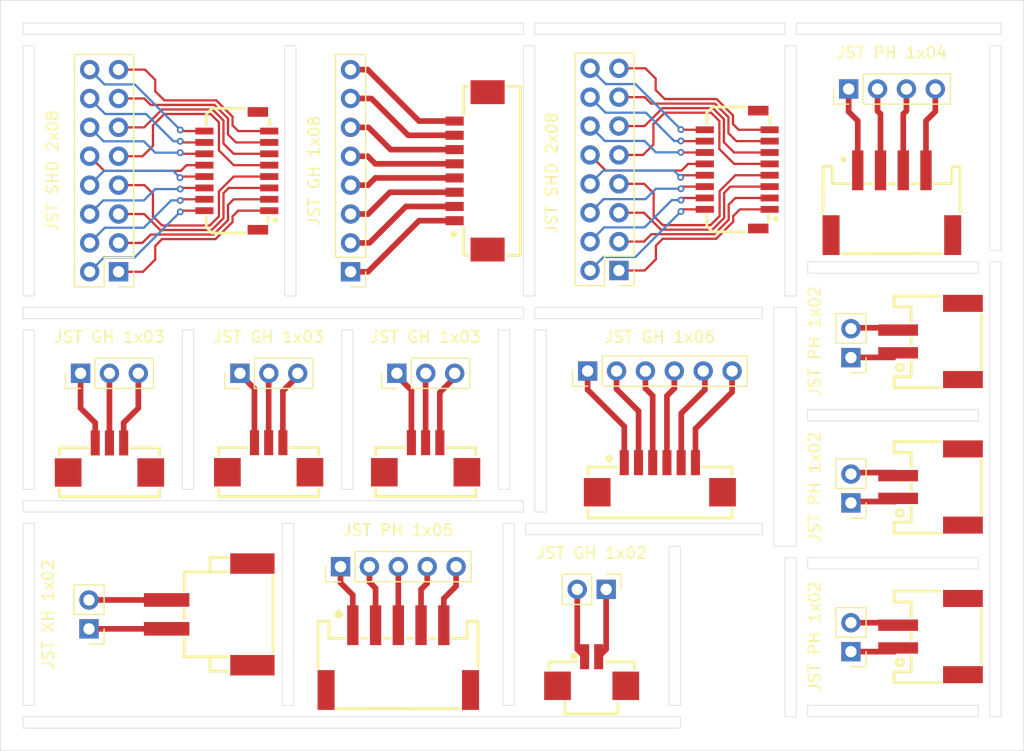
<source format=kicad_pcb>
(kicad_pcb (version 20240108) (generator "pcbnew") (generator_version "8.0")
  (layers (0 "F.Cu" signal) (31 "B.Cu" signal) (34 "B.Paste" user) (35 "F.Paste" user) (36 "B.SilkS" user "B.Silkscreen") (37 "F.SilkS" user "F.Silkscreen") (38 "B.Mask" user) (39 "F.Mask" user) (44 "Edge.Cuts" user))
  (net 0 "")
  (net 1 "Net-(J3-Pin_2)")
  (net 2 "Net-(J3-Pin_1)")
  (net 3 "Net-(J5-Pin_2)")
  (net 4 "Net-(J5-Pin_7)")
  (net 5 "Net-(J5-Pin_8)")
  (net 6 "Net-(J5-Pin_5)")
  (net 7 "Net-(J5-Pin_6)")
  (net 8 "Net-(J5-Pin_3)")
  (net 9 "Net-(J5-Pin_1)")
  (net 10 "Net-(J5-Pin_4)")
  (net 11 "Net-(J7-Pin_1)")
  (net 12 "Net-(J7-Pin_3)")
  (net 13 "Net-(J7-Pin_5)")
  (net 14 "Net-(J7-Pin_4)")
  (net 15 "Net-(J7-Pin_2)")
  (net 16 "Net-(J11-Pin_1)")
  (net 17 "Net-(J11-Pin_2)")
  (net 19 "Net-(J13-Pin_8)")
  (net 20 "Net-(J13-Pin_15)")
  (net 21 "Net-(J13-Pin_5)")
  (net 22 "Net-(J13-Pin_6)")
  (net 23 "Net-(J13-Pin_14)")
  (net 24 "Net-(J13-Pin_13)")
  (net 25 "Net-(J13-Pin_10)")
  (net 26 "Net-(J13-Pin_2)")
  (net 27 "Net-(J13-Pin_12)")
  (net 28 "Net-(J13-Pin_16)")
  (net 29 "Net-(J13-Pin_4)")
  (net 31 "Net-(J13-Pin_7)")
  (net 32 "Net-(J13-Pin_3)")
  (net 33 "Net-(J13-Pin_9)")
  (net 34 "Net-(J13-Pin_1)")
  (net 35 "Net-(J13-Pin_11)")
  (net 36 "Net-(J9-Pin_3)")
  (net 37 "Net-(J9-Pin_2)")
  (net 40 "Net-(J9-Pin_1)")
  (net 44 "Net-(J2-Pin_4)")
  (net 45 "Net-(J2-Pin_5)")
  (net 46 "Net-(J2-Pin_6)")
  (net 47 "Net-(J2-Pin_3)")
  (net 48 "Net-(J2-Pin_1)")
  (net 49 "Net-(J2-Pin_2)")
  (net 51 "Net-(J1-Pin_2)")
  (net 52 "Net-(J1-Pin_1)")
  (net 56 "Net-(J4-Pin_4)")
  (net 57 "Net-(J4-Pin_1)")
  (net 58 "Net-(J4-Pin_2)")
  (net 59 "Net-(J4-Pin_3)")
  (net 61 "Net-(J6-Pin_1)")
  (net 62 "Net-(J6-Pin_3)")
  (net 63 "Net-(J6-Pin_2)")
  (net 65 "Net-(J8-Pin_3)")
  (net 66 "Net-(J8-Pin_1)")
  (net 67 "Net-(J8-Pin_2)")
  (net 68 "Net-(J14-Pin_1)")
  (net 70 "Net-(J14-Pin_3)")
  (net 71 "Net-(J14-Pin_6)")
  (net 72 "Net-(J14-Pin_2)")
  (net 73 "Net-(J14-Pin_15)")
  (net 74 "Net-(J14-Pin_12)")
  (net 75 "Net-(J14-Pin_5)")
  (net 76 "Net-(J14-Pin_10)")
  (net 78 "Net-(J14-Pin_8)")
  (net 79 "Net-(J14-Pin_9)")
  (net 80 "Net-(J14-Pin_16)")
  (net 81 "Net-(J14-Pin_14)")
  (net 82 "Net-(J14-Pin_13)")
  (net 83 "Net-(J14-Pin_7)")
  (net 84 "Net-(J14-Pin_4)")
  (net 85 "Net-(J14-Pin_11)")
  (net 86 "Net-(J10-Pin_2)")
  (net 87 "Net-(J10-Pin_1)")
  (net 88 "Net-(J12-Pin_2)")
  (net 89 "Net-(J12-Pin_1)")
  (footprint "easyeda2kicad:CONN-SMD_4P-P2.00_XUNPU_WAFER-PH2.0-4PWB" (layer "F.Cu") (at 108.6 45)
    (property "Reference" "U4" (hide yes))
    (property "Value" "JST PH 1x04")
  )
  (footprint "easyeda2kicad:CONN-SMD_6P-P1.25_HC-1.25-6PWT" (layer "F.Cu") (at 88.2 69.1575)
    (property "Reference" "CN10" (hide yes))
    (property "Value" "JST GH 1x06")
  )
  (footprint "Connector_PinHeader_2.54mm:PinHeader_1x02_P2.54mm_Vertical" (layer "F.Cu") (at 83.475 79 -90)
    (property "Reference" "J1" (hide yes))
    (property "Value" "Conn_01x02_Pin" (hide yes))
  )
  (footprint "easyeda2kicad:CONN-SMD_8P-P1.25_YTC-A1251-08ABW" (layer "F.Cu") (at 71.6 42.2 90)
    (property "Reference" "CN3" (hide yes))
    (property "Value" "JST GH 1x08")
  )
  (footprint "Connector_PinHeader_2.54mm:PinHeader_1x08_P2.54mm_Vertical" (layer "F.Cu") (at 61 51.075 180)
    (property "Reference" "J5" (hide yes))
    (property "Value" "Conn_01x08_Pin" (hide yes))
  )
  (footprint "Connector_PinHeader_2.54mm:PinHeader_2x08_P2.54mm_Vertical" (layer "F.Cu") (at 40.6 51.075 180)
    (property "Reference" "J13" (hide yes))
    (property "Value" "Conn_02x08_Odd_Even" (hide yes))
  )
  (footprint "easyeda2kicad:CONN-SMD_HC-1.25-3PWT" (layer "F.Cu") (at 39.8 67.4225)
    (property "Reference" "CN6" (hide yes))
    (property "Value" "JST GH 1x03")
  )
  (footprint "easyeda2kicad:CONN-SMD_HC-1.25-3PWT" (layer "F.Cu") (at 53.8 67.4)
    (property "Reference" "CN9" (hide yes))
    (property "Value" "JST GH 1x03")
  )
  (footprint "easyeda2kicad:CONN-SMD_2P-P2.00_XUNPU_WAFER-PH2.0-2PWB" (layer "F.Cu") (at 112 57.2 90)
    (property "Reference" "H1" (hide yes))
    (property "Value" "JST PH 1x02")
  )
  (footprint "easyeda2kicad:CONN-SMD_X1011WRS-2X08-9TV01" (layer "F.Cu") (at 95 42.085 90)
    (property "Reference" "CN8" (hide yes))
    (property "Value" "JST SHD 2x08")
  )
  (footprint "Connector_PinHeader_2.54mm:PinHeader_1x02_P2.54mm_Vertical" (layer "F.Cu") (at 105 58.62 180)
    (property "Reference" "J11" (hide yes))
    (property "Value" "Conn_01x02_Pin" (hide yes))
  )
  (footprint "easyeda2kicad:CONN-SMD_X1011WRS-2X08-9TV01" (layer "F.Cu") (at 51 42.2 90)
    (property "Reference" "CN1" (hide yes))
    (property "Value" "JST SHD 2x08")
  )
  (footprint "Connector_PinHeader_2.54mm:PinHeader_1x06_P2.54mm_Vertical" (layer "F.Cu") (at 81.85 59.8 90)
    (property "Reference" "J2" (hide yes))
    (property "Value" "Conn_01x06_Pin" (hide yes))
  )
  (footprint "easyeda2kicad:CONN-SMD_2P-P2.54-XH2.54-WT" (layer "F.Cu") (at 48.6 81.2 90)
    (property "Reference" "CN7" (hide yes))
    (property "Value" "JST XH 1x02")
  )
  (footprint "easyeda2kicad:CONN-SMD_HC-1.25-3PWT" (layer "F.Cu") (at 67.6 67.4)
    (property "Reference" "CN2" (hide yes))
    (property "Value" "JST GH 1x03")
  )
  (footprint "Connector_PinHeader_2.54mm:PinHeader_2x08_P2.54mm_Vertical" (layer "F.Cu") (at 84.6 50.96 180)
    (property "Reference" "J14" (hide yes))
    (property "Value" "Conn_02x08_Odd_Even" (hide yes))
  )
  (footprint "Connector_PinHeader_2.54mm:PinHeader_1x02_P2.54mm_Vertical" (layer "F.Cu") (at 105 84.475 180)
    (property "Reference" "J12" (hide yes))
    (property "Value" "Conn_01x02_Pin" (hide yes))
  )
  (footprint "Connector_PinHeader_2.54mm:PinHeader_1x03_P2.54mm_Vertical" (layer "F.Cu") (at 65.075 60 90)
    (property "Reference" "J6" (hide yes))
    (property "Value" "Conn_01x03_Pin" (hide yes))
  )
  (footprint "Connector_PinHeader_2.54mm:PinHeader_1x03_P2.54mm_Vertical" (layer "F.Cu") (at 37.26 60 90)
    (property "Reference" "J8" (hide yes))
    (property "Value" "Conn_01x03_Pin" (hide yes))
  )
  (footprint "Connector_PinHeader_2.54mm:PinHeader_1x05_P2.54mm_Vertical" (layer "F.Cu") (at 60.12 77 90)
    (property "Reference" "J7" (hide yes))
    (property "Value" "Conn_01x05_Pin" (hide yes))
  )
  (footprint "easyeda2kicad:CONN-SMD_5P-P2.00_XUNPU_WAFER-PH2.0-5PWB" (layer "F.Cu") (at 65.2 85)
    (property "Reference" "U8" (hide yes))
    (property "Value" "JST PH 1x05")
  )
  (footprint "Connector_PinHeader_2.54mm:PinHeader_1x02_P2.54mm_Vertical" (layer "F.Cu") (at 105 71.4 180)
    (property "Reference" "J10" (hide yes))
    (property "Value" "Conn_01x02_Pin" (hide yes))
  )
  (footprint "Connector_PinHeader_2.54mm:PinHeader_1x03_P2.54mm_Vertical" (layer "F.Cu") (at 51.275 60 90)
    (property "Reference" "J9" (hide yes))
    (property "Value" "Conn_01x03_Pin" (hide yes))
  )
  (footprint "Connector_PinHeader_2.54mm:PinHeader_1x04_P2.54mm_Vertical" (layer "F.Cu") (at 104.8 35 90)
    (property "Reference" "J4" (hide yes))
    (property "Value" "Conn_01x04_Pin" (hide yes))
  )
  (footprint "Connector_PinHeader_2.54mm:PinHeader_1x02_P2.54mm_Vertical" (layer "F.Cu") (at 38 82.475 180)
    (property "Reference" "J3" (hide yes))
    (property "Value" "Conn_01x02_Pin" (hide yes))
  )
  (footprint "easyeda2kicad:CONN-SMD_2P-P2.00_XUNPU_WAFER-PH2.0-2PWB" (layer "F.Cu") (at 112 83.15 90)
    (property "Reference" "H3" (hide yes))
    (property "Value" "JST PH 1x02")
  )
  (footprint "easyeda2kicad:CONN-SMD_2P-P1.25-HC-1.25-2PWT" (layer "F.Cu") (at 82.2 86.2)
    (property "Reference" "CN5" (hide yes))
    (property "Value" "JST GH 1x02")
  )
  (footprint "easyeda2kicad:CONN-SMD_2P-P2.00_XUNPU_WAFER-PH2.0-2PWB" (layer "F.Cu") (at 112 70 90)
    (property "Reference" "H2" (hide yes))
    (property "Value" "JST PH 1x02")
  )
  (gr_rect (start 99.2 76.2) (end 100.2 90.2) (stroke (width 0.05)) (fill none) (layer "Edge.Cuts"))
  (gr_rect (start 32.2 54.2) (end 76.2 55.2) (stroke (width 0.05)) (fill none) (layer "Edge.Cuts"))
  (gr_rect (start 55.2 31.2) (end 56.2 53.2) (stroke (width 0.05)) (fill none) (layer "Edge.Cuts"))
  (gr_rect (start 101.2 50.2) (end 116.2 51.2) (stroke (width 0.05)) (fill none) (layer "Edge.Cuts"))
  (gr_rect (start 32.2 73.2) (end 33.2 89.2) (stroke (width 0.05)) (fill none) (layer "Edge.Cuts"))
  (gr_rect (start 89 75.2) (end 90 89.2) (stroke (width 0.05)) (fill none) (layer "Edge.Cuts"))
  (gr_rect (start 32.2 31.2) (end 33.2 53.2) (stroke (width 0.05)) (fill none) (layer "Edge.Cuts"))
  (gr_rect (start 32.2 90.2) (end 90 91.2) (stroke (width 0.05)) (fill none) (layer "Edge.Cuts"))
  (gr_rect (start 32.2 56.2) (end 33.2 70.2) (stroke (width 0.05)) (fill none) (layer "Edge.Cuts"))
  (gr_poly (pts (xy 97.2 73.2) (xy 97.2 74.2) (xy 76.4 74.2) (xy 76.4 73.2)) (stroke (width 0.05)) (fill none) (layer "Edge.Cuts"))
  (gr_poly (pts (xy 100.2 75.2) (xy 98.2 75.2) (xy 98.2 54.2) (xy 100.2 54.2)) (stroke (width 0.05)) (fill none) (layer "Edge.Cuts"))
  (gr_rect (start 76.2 31.2) (end 77.2 53.2) (stroke (width 0.05)) (fill none) (layer "Edge.Cuts"))
  (gr_rect (start 77.2 54.2) (end 97.2 55.2) (stroke (width 0.05)) (fill none) (layer "Edge.Cuts"))
  (gr_rect (start 60.2 56.2) (end 61.2 70.2) (stroke (width 0.05)) (fill none) (layer "Edge.Cuts"))
  (gr_poly (pts (xy 118.2 50.2) (xy 118.2 90.2) (xy 117.2 90.2) (xy 117.2 50.2)) (stroke (width 0.05)) (fill none) (layer "Edge.Cuts"))
  (gr_rect (start 100.2 29.2) (end 118.2 30.2) (stroke (width 0.05)) (fill none) (layer "Edge.Cuts"))
  (gr_rect (start 101.2 63.2) (end 116.2 64.2) (stroke (width 0.05)) (fill none) (layer "Edge.Cuts"))
  (gr_rect (start 46.2 56.2) (end 47.2 70.2) (stroke (width 0.05)) (fill none) (layer "Edge.Cuts"))
  (gr_rect (start 101.2 76.2) (end 116.2 77.2) (stroke (width 0.05)) (fill none) (layer "Edge.Cuts"))
  (gr_rect (start 55 73.2) (end 56 89.2) (stroke (width 0.05)) (fill none) (layer "Edge.Cuts"))
  (gr_rect (start 74 56.2) (end 75 70.2) (stroke (width 0.05)) (fill none) (layer "Edge.Cuts"))
  (gr_poly (pts (xy 118.2 31.2) (xy 118.2 49.2) (xy 117.2 49.2) (xy 117.2 31.2)) (stroke (width 0.05)) (fill none) (layer "Edge.Cuts"))
  (gr_rect (start 32.2 29.2) (end 76.2 30.2) (stroke (width 0.05)) (fill none) (layer "Edge.Cuts"))
  (gr_rect (start 77.2 56.2) (end 78.2 72.2) (stroke (width 0.05)) (fill none) (layer "Edge.Cuts"))
  (gr_rect (start 77.2 29.2) (end 99.2 30.2) (stroke (width 0.05)) (fill none) (layer "Edge.Cuts"))
  (gr_rect (start 74.4 73.2) (end 75.4 89.2) (stroke (width 0.05)) (fill none) (layer "Edge.Cuts"))
  (gr_rect (start 32.2 71.2) (end 76.2 72.2) (stroke (width 0.05)) (fill none) (layer "Edge.Cuts"))
  (gr_rect (start 30.2 27.2) (end 120.2 93.2) (stroke (width 0.05)) (fill none) (layer "Edge.Cuts"))
  (gr_poly (pts (xy 100.2 31.2) (xy 100.2 53.2) (xy 99.2 53.2) (xy 99.2 31.2)) (stroke (width 0.05)) (fill none) (layer "Edge.Cuts"))
  (gr_rect (start 101.2 89.2) (end 116.2 90.2) (stroke (width 0.05)) (fill none) (layer "Edge.Cuts"))
  (segment (start 38.005 79.93) (end 38 79.935) (width 0.5) (layer "F.Cu") (net 1))
  (segment (start 44.83 79.93) (end 38.005 79.93) (width 0.5) (layer "F.Cu") (net 1))
  (segment (start 38.005 82.47) (end 38 82.475) (width 0.5) (layer "F.Cu") (net 2))
  (segment (start 44.83 82.47) (end 38.005 82.47) (width 0.5) (layer "F.Cu") (net 2))
  (segment (start 62.665 48.535) (end 65.87 45.33) (width 0.5) (layer "F.Cu") (net 3))
  (segment (start 65.87 45.33) (end 70.15 45.33) (width 0.5) (layer "F.Cu") (net 3))
  (segment (start 61 48.535) (end 62.465 48.535) (width 0.5) (layer "F.Cu") (net 3))
  (segment (start 61 35.835) (end 62.635 35.835) (width 0.5) (layer "F.Cu") (net 4))
  (segment (start 66.07 39.07) (end 70.15 39.07) (width 0.5) (layer "F.Cu") (net 4))
  (segment (start 62.835 35.835) (end 66.07 39.07) (width 0.5) (layer "F.Cu") (net 4))
  (segment (start 61 33.295) (end 62.495 33.295) (width 0.5) (layer "F.Cu") (net 5))
  (segment (start 67.02 37.82) (end 70.15 37.82) (width 0.5) (layer "F.Cu") (net 5))
  (segment (start 62.495 33.295) (end 67.02 37.82) (width 0.5) (layer "F.Cu") (net 5))
  (segment (start 61 40.915) (end 62.515 40.915) (width 0.5) (layer "F.Cu") (net 6))
  (segment (start 63.18 41.58) (end 70.15 41.58) (width 0.5) (layer "F.Cu") (net 6))
  (segment (start 62.515 40.915) (end 63.18 41.58) (width 0.5) (layer "F.Cu") (net 6))
  (segment (start 61 38.375) (end 62.575 38.375) (width 0.5) (layer "F.Cu") (net 7))
  (segment (start 62.575 38.375) (end 64.53 40.33) (width 0.5) (layer "F.Cu") (net 7))
  (segment (start 64.53 40.33) (end 70.15 40.33) (width 0.5) (layer "F.Cu") (net 7))
  (segment (start 61 45.995) (end 62.55005 45.995) (width 0.5) (layer "F.Cu") (net 8))
  (segment (start 64.46505 44.08) (end 70.15 44.08) (width 0.5) (layer "F.Cu") (net 8))
  (segment (start 62.55005 45.995) (end 64.46505 44.08) (width 0.5) (layer "F.Cu") (net 8))
  (segment (start 62.525 51.075) (end 67.02 46.58) (width 0.5) (layer "F.Cu") (net 9))
  (segment (start 61 51.075) (end 62.525 51.075) (width 0.5) (layer "F.Cu") (net 9))
  (segment (start 67.02 46.58) (end 70.15 46.58) (width 0.5) (layer "F.Cu") (net 9))
  (segment (start 63.18 42.82) (end 62.545 43.455) (width 0.5) (layer "F.Cu") (net 10))
  (segment (start 62.545 43.455) (end 61 43.455) (width 0.5) (layer "F.Cu") (net 10))
  (segment (start 70.15 42.82) (end 63.18 42.82) (width 0.5) (layer "F.Cu") (net 10))
  (segment (start 61.2 82.15) (end 61.2 79.5) (width 0.5) (layer "F.Cu") (net 11))
  (segment (start 61.2 79.5) (end 60.12 78.42) (width 0.5) (layer "F.Cu") (net 11))
  (segment (start 60.12 78.42) (end 60.12 77) (width 0.5) (layer "F.Cu") (net 11))
  (segment (start 65.2 77) (end 65.2 82.15) (width 0.5) (layer "F.Cu") (net 12))
  (segment (start 69.2 79.8) (end 69.2 82.15) (width 0.5) (layer "F.Cu") (net 13))
  (segment (start 70.28 78.72) (end 69.2 79.8) (width 0.5) (layer "F.Cu") (net 13))
  (segment (start 70.28 77) (end 70.28 78.72) (width 0.5) (layer "F.Cu") (net 13))
  (segment (start 67.74 78.46) (end 67.2 79) (width 0.5) (layer "F.Cu") (net 14))
  (segment (start 67.74 77) (end 67.74 78.46) (width 0.5) (layer "F.Cu") (net 14))
  (segment (start 67.2 79) (end 67.2 82.15) (width 0.5) (layer "F.Cu") (net 14))
  (segment (start 62.66 78.36) (end 62.66 77) (width 0.5) (layer "F.Cu") (net 15))
  (segment (start 63.2 82.15) (end 63.2 78.9) (width 0.5) (layer "F.Cu") (net 15))
  (segment (start 63.2 78.9) (end 62.66 78.36) (width 0.5) (layer "F.Cu") (net 15))
  (segment (start 108.75 58.6) (end 109.15 58.2) (width 0.5) (layer "F.Cu") (net 16))
  (segment (start 105 58.62) (end 105.02 58.6) (width 0.5) (layer "F.Cu") (net 16))
  (segment (start 105.02 58.6) (end 108.75 58.6) (width 0.5) (layer "F.Cu") (net 16))
  (segment (start 108.95 56) (end 109.15 56.2) (width 0.5) (layer "F.Cu") (net 17))
  (segment (start 105.08 56) (end 108.95 56) (width 0.5) (layer "F.Cu") (net 17))
  (segment (start 105 56.08) (end 105.08 56) (width 0.5) (layer "F.Cu") (net 17))
  (segment (start 48.15 42.7) (end 46.100579 42.7) (width 0.2) (layer "F.Cu") (net 19))
  (segment (start 46.100579 42.7) (end 46.000579 42.8) (width 0.2) (layer "F.Cu") (net 19))
  (via (at 46.000579 42.8) (size 0.6) (drill 0.3) (layers "F.Cu" "B.Cu") (net 19))
  (segment (start 39.315 42.2) (end 38.06 43.455) (width 0.2) (layer "B.Cu") (net 19))
  (segment (start 46.000579 42.8) (end 45.400579 42.2) (width 0.2) (layer "B.Cu") (net 19))
  (segment (start 45.400579 42.2) (end 39.315 42.2) (width 0.2) (layer "B.Cu") (net 19))
  (segment (start 44.625 36) (end 43.825 35.2) (width 0.2) (layer "F.Cu") (net 20))
  (segment (start 53.85 38.7) (end 51.125 38.7) (width 0.2) (layer "F.Cu") (net 20))
  (segment (start 50.625 38.2) (end 50.625 37.434314) (width 0.2) (layer "F.Cu") (net 20))
  (segment (start 51.125 38.7) (end 50.625 38.2) (width 0.2) (layer "F.Cu") (net 20))
  (segment (start 42.92 33.295) (end 40.6 33.295) (width 0.2) (layer "F.Cu") (net 20))
  (segment (start 50.625 37.434314) (end 49.190686 36) (width 0.2) (layer "F.Cu") (net 20))
  (segment (start 49.190686 36) (end 44.625 36) (width 0.2) (layer "F.Cu") (net 20))
  (segment (start 43.825 35.2) (end 43.825 34.2) (width 0.2) (layer "F.Cu") (net 20))
  (segment (start 43.825 34.2) (end 42.92 33.295) (width 0.2) (layer "F.Cu") (net 20))
  (segment (start 44.259314 47.4) (end 42.854314 45.995) (width 0.2) (layer "F.Cu") (net 21))
  (segment (start 53.85 43.7) (end 50.290686 43.7) (width 0.2) (layer "F.Cu") (net 21))
  (segment (start 42.854314 45.995) (end 40.6 45.995) (width 0.2) (layer "F.Cu") (net 21))
  (segment (start 49.825 46.365686) (end 48.790686 47.4) (width 0.2) (layer "F.Cu") (net 21))
  (segment (start 50.290686 43.7) (end 49.825 44.165686) (width 0.2) (layer "F.Cu") (net 21))
  (segment (start 48.790686 47.4) (end 44.259314 47.4) (width 0.2) (layer "F.Cu") (net 21))
  (segment (start 49.825 44.165686) (end 49.825 46.365686) (width 0.2) (layer "F.Cu") (net 21))
  (segment (start 48.15 43.7) (end 46.125 43.7) (width 0.2) (layer "F.Cu") (net 22))
  (segment (start 46.125 43.7) (end 46.025 43.8) (width 0.2) (layer "F.Cu") (net 22))
  (via (at 46.025 43.8) (size 0.6) (drill 0.3) (layers "F.Cu" "B.Cu") (net 22))
  (segment (start 39.255 44.8) (end 38.06 45.995) (width 0.2) (layer "B.Cu") (net 22))
  (segment (start 42.825 44.8) (end 39.255 44.8) (width 0.2) (layer "B.Cu") (net 22))
  (segment (start 46.025 43.8) (end 43.825 43.8) (width 0.2) (layer "B.Cu") (net 22))
  (segment (start 43.825 43.8) (end 42.825 44.8) (width 0.2) (layer "B.Cu") (net 22))
  (segment (start 48.15 39.7) (end 46.125 39.7) (width 0.2) (layer "F.Cu") (net 23))
  (segment (start 46.125 39.7) (end 46.025 39.6) (width 0.2) (layer "F.Cu") (net 23))
  (via (at 46.025 39.6) (size 0.6) (drill 0.3) (layers "F.Cu" "B.Cu") (net 23))
  (segment (start 39.425 37.2) (end 38.06 35.835) (width 0.2) (layer "B.Cu") (net 23))
  (segment (start 46.025 39.6) (end 45.425 39.6) (width 0.2) (layer "B.Cu") (net 23))
  (segment (start 45.425 39.6) (end 43.025 37.2) (width 0.2) (layer "B.Cu") (net 23))
  (segment (start 43.025 37.2) (end 39.425 37.2) (width 0.2) (layer "B.Cu") (net 23))
  (segment (start 50.225 39) (end 50.225 37.6) (width 0.2) (layer "F.Cu") (net 24))
  (segment (start 53.85 39.7) (end 50.925 39.7) (width 0.2) (layer "F.Cu") (net 24))
  (segment (start 42.86 35.835) (end 40.6 35.835) (width 0.2) (layer "F.Cu") (net 24))
  (segment (start 50.225 37.6) (end 49.025 36.4) (width 0.2) (layer "F.Cu") (net 24))
  (segment (start 49.025 36.4) (end 43.425 36.4) (width 0.2) (layer "F.Cu") (net 24))
  (segment (start 43.425 36.4) (end 42.86 35.835) (width 0.2) (layer "F.Cu") (net 24))
  (segment (start 50.925 39.7) (end 50.225 39) (width 0.2) (layer "F.Cu") (net 24))
  (segment (start 39.345 42.2) (end 38.06 40.915) (width 0.2) (layer "F.Cu") (net 25))
  (segment (start 46.575 41.7) (end 46.075 42.2) (width 0.2) (layer "F.Cu") (net 25))
  (segment (start 48.15 41.7) (end 46.575 41.7) (width 0.2) (layer "F.Cu") (net 25))
  (segment (start 46.075 42.2) (end 39.345 42.2) (width 0.2) (layer "F.Cu") (net 25))
  (segment (start 46.125 45.7) (end 46.025 45.8) (width 0.2) (layer "F.Cu") (net 26))
  (segment (start 48.15 45.7) (end 46.125 45.7) (width 0.2) (layer "F.Cu") (net 26))
  (via (at 46.025 45.8) (size 0.6) (drill 0.3) (layers "F.Cu" "B.Cu") (net 26))
  (segment (start 42.025 49.8) (end 39.335 49.8) (width 0.2) (layer "B.Cu") (net 26))
  (segment (start 46.025 45.8) (end 42.025 49.8) (width 0.2) (layer "B.Cu") (net 26))
  (segment (start 39.335 49.8) (end 38.06 51.075) (width 0.2) (layer "B.Cu") (net 26))
  (segment (start 48.15 40.7) (end 46.125 40.7) (width 0.2) (layer "F.Cu") (net 27))
  (segment (start 46.125 40.7) (end 46.025 40.6) (width 0.2) (layer "F.Cu") (net 27))
  (via (at 46.025 40.6) (size 0.6) (drill 0.3) (layers "F.Cu" "B.Cu") (net 27))
  (segment (start 46.025 40.6) (end 43.825 40.6) (width 0.2) (layer "B.Cu") (net 27))
  (segment (start 42.825 39.6) (end 39.285 39.6) (width 0.2) (layer "B.Cu") (net 27))
  (segment (start 39.285 39.6) (end 38.06 38.375) (width 0.2) (layer "B.Cu") (net 27))
  (segment (start 43.825 40.6) (end 42.825 39.6) (width 0.2) (layer "B.Cu") (net 27))
  (segment (start 46.025 38.6) (end 46.125 38.7) (width 0.2) (layer "F.Cu") (net 28))
  (segment (start 46.125 38.7) (end 48.15 38.7) (width 0.2) (layer "F.Cu") (net 28))
  (via (at 46.025 38.6) (size 0.6) (drill 0.3) (layers "F.Cu" "B.Cu") (net 28))
  (segment (start 46.025 38.6) (end 42.025 34.6) (width 0.2) (layer "B.Cu") (net 28))
  (segment (start 39.365 34.6) (end 38.06 33.295) (width 0.2) (layer "B.Cu") (net 28))
  (segment (start 42.025 34.6) (end 39.365 34.6) (width 0.2) (layer "B.Cu") (net 28))
  (segment (start 48.15 44.7) (end 46.125 44.7) (width 0.2) (layer "F.Cu") (net 29))
  (segment (start 46.125 44.7) (end 46.025 44.8) (width 0.2) (layer "F.Cu") (net 29))
  (via (at 46.025 44.8) (size 0.6) (drill 0.3) (layers "F.Cu" "B.Cu") (net 29))
  (segment (start 45.225 44.8) (end 42.825 47.2) (width 0.2) (layer "B.Cu") (net 29))
  (segment (start 42.825 47.2) (end 39.395 47.2) (width 0.2) (layer "B.Cu") (net 29))
  (segment (start 39.395 47.2) (end 38.06 48.535) (width 0.2) (layer "B.Cu") (net 29))
  (segment (start 46.025 44.8) (end 45.225 44.8) (width 0.2) (layer "B.Cu") (net 29))
  (segment (start 49.425 44) (end 49.425 46.2) (width 0.2) (layer "F.Cu") (net 31))
  (segment (start 44.425 47) (end 43.625 46.2) (width 0.2) (layer "F.Cu") (net 31))
  (segment (start 50.725 42.7) (end 49.425 44) (width 0.2) (layer "F.Cu") (net 31))
  (segment (start 43.625 46.2) (end 43.625 44.2) (width 0.2) (layer "F.Cu") (net 31))
  (segment (start 48.625 47) (end 44.425 47) (width 0.2) (layer "F.Cu") (net 31))
  (segment (start 42.88 43.455) (end 40.6 43.455) (width 0.2) (layer "F.Cu") (net 31))
  (segment (start 53.85 42.7) (end 50.725 42.7) (width 0.2) (layer "F.Cu") (net 31))
  (segment (start 49.425 46.2) (end 48.625 47) (width 0.2) (layer "F.Cu") (net 31))
  (segment (start 43.625 44.2) (end 42.88 43.455) (width 0.2) (layer "F.Cu") (net 31))
  (segment (start 42.69 48.535) (end 40.6 48.535) (width 0.2) (layer "F.Cu") (net 32))
  (segment (start 50.725 44.7) (end 50.225 45.2) (width 0.2) (layer "F.Cu") (net 32))
  (segment (start 50.225 45.2) (end 50.225 46.531372) (width 0.2) (layer "F.Cu") (net 32))
  (segment (start 53.85 44.7) (end 50.725 44.7) (width 0.2) (layer "F.Cu") (net 32))
  (segment (start 43.425 47.8) (end 42.69 48.535) (width 0.2) (layer "F.Cu") (net 32))
  (segment (start 48.956372 47.8) (end 43.425 47.8) (width 0.2) (layer "F.Cu") (net 32))
  (segment (start 50.225 46.531372) (end 48.956372 47.8) (width 0.2) (layer "F.Cu") (net 32))
  (segment (start 43.625 40) (end 42.71 40.915) (width 0.2) (layer "F.Cu") (net 33))
  (segment (start 53.85 41.7) (end 50.725 41.7) (width 0.2) (layer "F.Cu") (net 33))
  (segment (start 49.425 37.931372) (end 48.693628 37.2) (width 0.2) (layer "F.Cu") (net 33))
  (segment (start 48.693628 37.2) (end 44.625 37.2) (width 0.2) (layer "F.Cu") (net 33))
  (segment (start 50.725 41.7) (end 49.425 40.4) (width 0.2) (layer "F.Cu") (net 33))
  (segment (start 42.71 40.915) (end 40.6 40.915) (width 0.2) (layer "F.Cu") (net 33))
  (segment (start 49.425 40.4) (end 49.425 37.931372) (width 0.2) (layer "F.Cu") (net 33))
  (segment (start 43.625 38.2) (end 43.625 40) (width 0.2) (layer "F.Cu") (net 33))
  (segment (start 44.625 37.2) (end 43.625 38.2) (width 0.2) (layer "F.Cu") (net 33))
  (segment (start 49.122058 48.2) (end 50.625 46.697058) (width 0.2) (layer "F.Cu") (net 34))
  (segment (start 42.75 51.075) (end 43.825 50) (width 0.2) (layer "F.Cu") (net 34))
  (segment (start 50.625 46.697058) (end 50.625 46.2) (width 0.2) (layer "F.Cu") (net 34))
  (segment (start 51.125 45.7) (end 53.85 45.7) (width 0.2) (layer "F.Cu") (net 34))
  (segment (start 43.825 50) (end 43.825 48.8) (width 0.2) (layer "F.Cu") (net 34))
  (segment (start 50.625 46.2) (end 51.125 45.7) (width 0.2) (layer "F.Cu") (net 34))
  (segment (start 40.6 51.075) (end 42.75 51.075) (width 0.2) (layer "F.Cu") (net 34))
  (segment (start 44.425 48.2) (end 49.122058 48.2) (width 0.2) (layer "F.Cu") (net 34))
  (segment (start 43.825 48.8) (end 44.425 48.2) (width 0.2) (layer "F.Cu") (net 34))
  (segment (start 48.859314 36.8) (end 44.425 36.8) (width 0.2) (layer "F.Cu") (net 35))
  (segment (start 50.725 40.7) (end 49.825 39.8) (width 0.2) (layer "F.Cu") (net 35))
  (segment (start 42.85 38.375) (end 40.6 38.375) (width 0.2) (layer "F.Cu") (net 35))
  (segment (start 44.425 36.8) (end 42.85 38.375) (width 0.2) (layer "F.Cu") (net 35))
  (segment (start 49.825 39.8) (end 49.825 37.765686) (width 0.2) (layer "F.Cu") (net 35))
  (segment (start 49.825 37.765686) (end 48.859314 36.8) (width 0.2) (layer "F.Cu") (net 35))
  (segment (start 53.85 40.7) (end 50.725 40.7) (width 0.2) (layer "F.Cu") (net 35))
  (segment (start 56.355 60.245) (end 55.05 61.55) (width 0.5) (layer "F.Cu") (net 36))
  (segment (start 56.355 60) (end 56.355 60.245) (width 0.5) (layer "F.Cu") (net 36))
  (segment (start 55.05 61.55) (end 55.05 66.1) (width 0.5) (layer "F.Cu") (net 36))
  (segment (start 53.8 60.015) (end 53.815 60) (width 0.5) (layer "F.Cu") (net 37))
  (segment (start 53.8 66.1) (end 53.8 60.015) (width 0.5) (layer "F.Cu") (net 37))
  (segment (start 52.55 61.35) (end 51.275 60.075) (width 0.5) (layer "F.Cu") (net 40))
  (segment (start 52.55 66.1) (end 52.55 61.35) (width 0.5) (layer "F.Cu") (net 40))
  (segment (start 51.275 60.075) (end 51.275 60) (width 0.5) (layer "F.Cu") (net 40))
  (segment (start 89.47 61.33) (end 89.47 59.8) (width 0.5) (layer "F.Cu") (net 44))
  (segment (start 88.82 67.8575) (end 88.82 61.98) (width 0.5) (layer "F.Cu") (net 44))
  (segment (start 88.82 61.98) (end 89.47 61.33) (width 0.5) (layer "F.Cu") (net 44))
  (segment (start 90.07 67.8575) (end 90.08 67.8475) (width 0.5) (layer "F.Cu") (net 45))
  (segment (start 90.08 67.8475) (end 90.08 63.52) (width 0.5) (layer "F.Cu") (net 45))
  (segment (start 90.08 63.52) (end 92.16 61.44) (width 0.5) (layer "F.Cu") (net 45))
  (segment (start 92.16 61.44) (end 92.16 59.8) (width 0.5) (layer "F.Cu") (net 45))
  (segment (start 91.33 64.87) (end 91.33 67.8575) (width 0.5) (layer "F.Cu") (net 46))
  (segment (start 94.55 61.65) (end 91.33 64.87) (width 0.5) (layer "F.Cu") (net 46))
  (segment (start 94.55 59.8) (end 94.55 61.65) (width 0.5) (layer "F.Cu") (net 46))
  (segment (start 87.57 61.97) (end 87.57 67.8575) (width 0.5) (layer "F.Cu") (net 47))
  (segment (start 86.93 59.8) (end 86.93 61.33) (width 0.5) (layer "F.Cu") (net 47))
  (segment (start 86.93 61.33) (end 87.57 61.97) (width 0.5) (layer "F.Cu") (net 47))
  (segment (start 81.85 61.45) (end 85.07 64.67) (width 0.5) (layer "F.Cu") (net 48))
  (segment (start 81.85 59.8) (end 81.85 61.45) (width 0.5) (layer "F.Cu") (net 48))
  (segment (start 85.07 64.67) (end 85.07 67.8575) (width 0.5) (layer "F.Cu") (net 48))
  (segment (start 86.33 67.8475) (end 86.33 63.33) (width 0.5) (layer "F.Cu") (net 49))
  (segment (start 86.32 67.8575) (end 86.33 67.8475) (width 0.5) (layer "F.Cu") (net 49))
  (segment (start 84.39 61.39) (end 84.39 59.8) (width 0.5) (layer "F.Cu") (net 49))
  (segment (start 86.33 63.33) (end 84.39 61.39) (width 0.5) (layer "F.Cu") (net 49))
  (segment (start 80.935 79) (end 80.935 84.275) (width 0.5) (layer "F.Cu") (net 51))
  (segment (start 80.935 84.275) (end 81.58 84.92) (width 0.5) (layer "F.Cu") (net 51))
  (segment (start 83.475 84.265) (end 82.82 84.92) (width 0.5) (layer "F.Cu") (net 52))
  (segment (start 83.475 79) (end 83.475 84.265) (width 0.5) (layer "F.Cu") (net 52))
  (segment (start 112.42 35) (end 112.42 36.98) (width 0.5) (layer "F.Cu") (net 56))
  (segment (start 112.42 36.98) (end 111.6 37.8) (width 0.5) (layer "F.Cu") (net 56))
  (segment (start 111.6 37.8) (end 111.6 42.15) (width 0.5) (layer "F.Cu") (net 56))
  (segment (start 105.6 37.8) (end 104.8 37) (width 0.5) (layer "F.Cu") (net 57))
  (segment (start 104.8 37) (end 104.8 35) (width 0.5) (layer "F.Cu") (net 57))
  (segment (start 105.6 42.15) (end 105.6 37.8) (width 0.5) (layer "F.Cu") (net 57))
  (segment (start 107.6 42.15) (end 107.6 37.2) (width 0.5) (layer "F.Cu") (net 58))
  (segment (start 107.34 36.94) (end 107.34 35) (width 0.5) (layer "F.Cu") (net 58))
  (segment (start 107.6 37.2) (end 107.34 36.94) (width 0.5) (layer "F.Cu") (net 58))
  (segment (start 109.6 42.15) (end 109.6 37.2) (width 0.5) (layer "F.Cu") (net 59))
  (segment (start 109.88 36.92) (end 109.88 35) (width 0.5) (layer "F.Cu") (net 59))
  (segment (start 109.6 37.2) (end 109.88 36.92) (width 0.5) (layer "F.Cu") (net 59))
  (segment (start 65.075 60.2125) (end 66.35 61.4875) (width 0.5) (layer "F.Cu") (net 61))
  (segment (start 65.075 60) (end 65.075 60.2125) (width 0.5) (layer "F.Cu") (net 61))
  (segment (start 66.35 61.4875) (end 66.35 66.1) (width 0.5) (layer "F.Cu") (net 61))
  (segment (start 70.155 60.3825) (end 68.85 61.6875) (width 0.5) (layer "F.Cu") (net 62))
  (segment (start 70.155 60) (end 70.155 60.3825) (width 0.5) (layer "F.Cu") (net 62))
  (segment (start 68.85 61.6875) (end 68.85 66.1) (width 0.5) (layer "F.Cu") (net 62))
  (segment (start 67.6 66.1) (end 67.6 60.015) (width 0.5) (layer "F.Cu") (net 63))
  (segment (start 67.6 60.015) (end 67.615 60) (width 0.5) (layer "F.Cu") (net 63))
  (segment (start 42.34 60) (end 42.34 63.06) (width 0.5) (layer "F.Cu") (net 65))
  (segment (start 42.34 63.06) (end 41.05 64.35) (width 0.5) (layer "F.Cu") (net 65))
  (segment (start 41.05 64.35) (end 41.05 66.1225) (width 0.5) (layer "F.Cu") (net 65))
  (segment (start 38.55 66.1225) (end 38.55 64.35) (width 0.5) (layer "F.Cu") (net 66))
  (segment (start 38.55 64.35) (end 37.26 63.06) (width 0.5) (layer "F.Cu") (net 66))
  (segment (start 37.26 63.06) (end 37.26 60) (width 0.5) (layer "F.Cu") (net 66))
  (segment (start 39.8 60) (end 39.8 66.1225) (width 0.5) (layer "F.Cu") (net 67))
  (segment (start 95.2375 45.585) (end 97.85 45.585) (width 0.2) (layer "F.Cu") (net 68))
  (segment (start 94.6525 46.17) (end 95.2375 45.585) (width 0.2) (layer "F.Cu") (net 68))
  (segment (start 87.8525 49.97) (end 87.8525 48.77) (width 0.2) (layer "F.Cu") (net 68))
  (segment (start 87.8525 48.77) (end 88.4525 48.17) (width 0.2) (layer "F.Cu") (net 68))
  (segment (start 86.8625 50.96) (end 87.8525 49.97) (width 0.2) (layer "F.Cu") (net 68))
  (segment (start 88.4525 48.17) (end 93.149558 48.17) (width 0.2) (layer "F.Cu") (net 68))
  (segment (start 84.6 50.96) (end 86.8625 50.96) (width 0.2) (layer "F.Cu") (net 68))
  (segment (start 94.6525 46.667058) (end 94.6525 46.17) (width 0.2) (layer "F.Cu") (net 68))
  (segment (start 93.149558 48.17) (end 94.6525 46.667058) (width 0.2) (layer "F.Cu") (net 68))
  (segment (start 86.8025 48.42) (end 84.6 48.42) (width 0.2) (layer "F.Cu") (net 70))
  (segment (start 94.2525 46.501372) (end 92.983872 47.77) (width 0.2) (layer "F.Cu") (net 70))
  (segment (start 94.2525 45.17) (end 94.2525 46.501372) (width 0.2) (layer "F.Cu") (net 70))
  (segment (start 87.4525 47.77) (end 86.8025 48.42) (width 0.2) (layer "F.Cu") (net 70))
  (segment (start 94.8375 44.585) (end 94.2525 45.17) (width 0.2) (layer "F.Cu") (net 70))
  (segment (start 97.85 44.585) (end 94.8375 44.585) (width 0.2) (layer "F.Cu") (net 70))
  (segment (start 92.983872 47.77) (end 87.4525 47.77) (width 0.2) (layer "F.Cu") (net 70))
  (segment (start 90.2375 43.585) (end 90.0525 43.77) (width 0.2) (layer "F.Cu") (net 71))
  (segment (start 92.15 43.585) (end 90.2375 43.585) (width 0.2) (layer "F.Cu") (net 71))
  (via (at 90.0525 43.77) (size 0.6) (drill 0.3) (layers "F.Cu" "B.Cu") (net 71))
  (segment (start 90.0525 43.77) (end 87.8525 43.77) (width 0.2) (layer "B.Cu") (net 71))
  (segment (start 83.255 44.685) (end 82.06 45.88) (width 0.2) (layer "B.Cu") (net 71))
  (segment (start 87.8525 43.77) (end 86.9375 44.685) (width 0.2) (layer "B.Cu") (net 71))
  (segment (start 86.9375 44.685) (end 83.255 44.685) (width 0.2) (layer "B.Cu") (net 71))
  (segment (start 90.2375 45.585) (end 90.0525 45.77) (width 0.2) (layer "F.Cu") (net 72))
  (segment (start 92.15 45.585) (end 90.2375 45.585) (width 0.2) (layer "F.Cu") (net 72))
  (via (at 90.0525 45.77) (size 0.6) (drill 0.3) (layers "F.Cu" "B.Cu") (net 72))
  (segment (start 83.25 49.77) (end 82.06 50.96) (width 0.2) (layer "B.Cu") (net 72))
  (segment (start 86.0525 49.77) (end 83.25 49.77) (width 0.2) (layer "B.Cu") (net 72))
  (segment (start 90.0525 45.77) (end 86.0525 49.77) (width 0.2) (layer "B.Cu") (net 72))
  (segment (start 87.829657 35.085) (end 87.829657 34.085) (width 0.2) (layer "F.Cu") (net 73))
  (segment (start 87.829657 34.085) (end 86.924657 33.18) (width 0.2) (layer "F.Cu") (net 73))
  (segment (start 88.629657 35.885) (end 87.829657 35.085) (width 0.2) (layer "F.Cu") (net 73))
  (segment (start 93.195343 35.885) (end 88.629657 35.885) (width 0.2) (layer "F.Cu") (net 73))
  (segment (start 94.629657 38.085) (end 94.629657 37.319314) (width 0.2) (layer "F.Cu") (net 73))
  (segment (start 86.924657 33.18) (end 84.6 33.18) (width 0.2) (layer "F.Cu") (net 73))
  (segment (start 95.129657 38.585) (end 94.629657 38.085) (width 0.2) (layer "F.Cu") (net 73))
  (segment (start 97.85 38.585) (end 95.129657 38.585) (width 0.2) (layer "F.Cu") (net 73))
  (segment (start 94.629657 37.319314) (end 93.195343 35.885) (width 0.2) (layer "F.Cu") (net 73))
  (segment (start 90.0675 40.585) (end 90.0525 40.57) (width 0.2) (layer "F.Cu") (net 74))
  (segment (start 92.15 40.585) (end 90.0675 40.585) (width 0.2) (layer "F.Cu") (net 74))
  (via (at 90.0525 40.57) (size 0.6) (drill 0.3) (layers "F.Cu" "B.Cu") (net 74))
  (segment (start 87.8525 40.57) (end 86.8525 39.57) (width 0.2) (layer "B.Cu") (net 74))
  (segment (start 90.0525 40.57) (end 87.8525 40.57) (width 0.2) (layer "B.Cu") (net 74))
  (segment (start 83.37 39.57) (end 82.06 38.26) (width 0.2) (layer "B.Cu") (net 74))
  (segment (start 86.8525 39.57) (end 83.37 39.57) (width 0.2) (layer "B.Cu") (net 74))
  (segment (start 94.403186 43.585) (end 93.8525 44.135686) (width 0.2) (layer "F.Cu") (net 75))
  (segment (start 93.8525 44.135686) (end 93.8525 46.335686) (width 0.2) (layer "F.Cu") (net 75))
  (segment (start 86.796814 45.88) (end 84.6 45.88) (width 0.2) (layer "F.Cu") (net 75))
  (segment (start 97.85 43.585) (end 94.403186 43.585) (width 0.2) (layer "F.Cu") (net 75))
  (segment (start 92.818186 47.37) (end 88.286814 47.37) (width 0.2) (layer "F.Cu") (net 75))
  (segment (start 93.8525 46.335686) (end 92.818186 47.37) (width 0.2) (layer "F.Cu") (net 75))
  (segment (start 88.286814 47.37) (end 86.796814 45.88) (width 0.2) (layer "F.Cu") (net 75))
  (segment (start 90.6875 41.585) (end 90.1025 42.17) (width 0.2) (layer "F.Cu") (net 76))
  (segment (start 90.1025 42.17) (end 83.43 42.17) (width 0.2) (layer "F.Cu") (net 76))
  (segment (start 83.43 42.17) (end 82.06 40.8) (width 0.2) (layer "F.Cu") (net 76))
  (segment (start 92.15 41.585) (end 90.6875 41.585) (width 0.2) (layer "F.Cu") (net 76))
  (segment (start 92.15 42.585) (end 90.213079 42.585) (width 0.2) (layer "F.Cu") (net 78))
  (segment (start 90.213079 42.585) (end 90.028079 42.77) (width 0.2) (layer "F.Cu") (net 78))
  (via (at 90.028079 42.77) (size 0.6) (drill 0.3) (layers "F.Cu" "B.Cu") (net 78))
  (segment (start 83.23 42.17) (end 82.06 43.34) (width 0.2) (layer "B.Cu") (net 78))
  (segment (start 90.028079 42.77) (end 89.428079 42.17) (width 0.2) (layer "B.Cu") (net 78))
  (segment (start 89.428079 42.17) (end 83.23 42.17) (width 0.2) (layer "B.Cu") (net 78))
  (segment (start 86.714657 40.8) (end 84.6 40.8) (width 0.2) (layer "F.Cu") (net 79))
  (segment (start 93.429657 40.285) (end 93.429657 37.816372) (width 0.2) (layer "F.Cu") (net 79))
  (segment (start 88.629657 37.085) (end 87.629657 38.085) (width 0.2) (layer "F.Cu") (net 79))
  (segment (start 92.698285 37.085) (end 88.629657 37.085) (width 0.2) (layer "F.Cu") (net 79))
  (segment (start 93.429657 37.816372) (end 92.698285 37.085) (width 0.2) (layer "F.Cu") (net 79))
  (segment (start 97.85 41.585) (end 94.729657 41.585) (width 0.2) (layer "F.Cu") (net 79))
  (segment (start 87.629657 38.085) (end 87.629657 39.885) (width 0.2) (layer "F.Cu") (net 79))
  (segment (start 94.729657 41.585) (end 93.429657 40.285) (width 0.2) (layer "F.Cu") (net 79))
  (segment (start 87.629657 39.885) (end 86.714657 40.8) (width 0.2) (layer "F.Cu") (net 79))
  (segment (start 90.0675 38.585) (end 92.15 38.585) (width 0.2) (layer "F.Cu") (net 80))
  (segment (start 90.0525 38.57) (end 90.0675 38.585) (width 0.2) (layer "F.Cu") (net 80))
  (via (at 90.0525 38.57) (size 0.6) (drill 0.3) (layers "F.Cu" "B.Cu") (net 80))
  (segment (start 90.0525 38.57) (end 86.0525 34.57) (width 0.2) (layer "B.Cu") (net 80))
  (segment (start 83.45 34.57) (end 82.06 33.18) (width 0.2) (layer "B.Cu") (net 80))
  (segment (start 86.0525 34.57) (end 83.45 34.57) (width 0.2) (layer "B.Cu") (net 80))
  (segment (start 90.0675 39.585) (end 90.0525 39.57) (width 0.2) (layer "F.Cu") (net 81))
  (segment (start 92.15 39.585) (end 90.0675 39.585) (width 0.2) (layer "F.Cu") (net 81))
  (via (at 90.0525 39.57) (size 0.6) (drill 0.3) (layers "F.Cu" "B.Cu") (net 81))
  (segment (start 90.0525 39.57) (end 89.4525 39.57) (width 0.2) (layer "B.Cu") (net 81))
  (segment (start 86.9675 37.085) (end 83.425 37.085) (width 0.2) (layer "B.Cu") (net 81))
  (segment (start 89.4525 39.57) (end 86.9675 37.085) (width 0.2) (layer "B.Cu") (net 81))
  (segment (start 83.425 37.085) (end 82.06 35.72) (width 0.2) (layer "B.Cu") (net 81))
  (segment (start 97.85 39.585) (end 94.929657 39.585) (width 0.2) (layer "F.Cu") (net 82))
  (segment (start 93.029657 36.285) (end 87.429657 36.285) (width 0.2) (layer "F.Cu") (net 82))
  (segment (start 94.929657 39.585) (end 94.229657 38.885) (width 0.2) (layer "F.Cu") (net 82))
  (segment (start 94.229657 37.485) (end 93.029657 36.285) (width 0.2) (layer "F.Cu") (net 82))
  (segment (start 94.229657 38.885) (end 94.229657 37.485) (width 0.2) (layer "F.Cu") (net 82))
  (segment (start 87.429657 36.285) (end 86.864657 35.72) (width 0.2) (layer "F.Cu") (net 82))
  (segment (start 86.864657 35.72) (end 84.6 35.72) (width 0.2) (layer "F.Cu") (net 82))
  (segment (start 88.4525 46.97) (end 87.6525 46.17) (width 0.2) (layer "F.Cu") (net 83))
  (segment (start 97.85 42.585) (end 94.8375 42.585) (width 0.2) (layer "F.Cu") (net 83))
  (segment (start 86.8225 43.34) (end 84.6 43.34) (width 0.2) (layer "F.Cu") (net 83))
  (segment (start 93.4525 46.17) (end 92.6525 46.97) (width 0.2) (layer "F.Cu") (net 83))
  (segment (start 94.8375 42.585) (end 93.4525 43.97) (width 0.2) (layer "F.Cu") (net 83))
  (segment (start 93.4525 43.97) (end 93.4525 46.17) (width 0.2) (layer "F.Cu") (net 83))
  (segment (start 87.6525 44.17) (end 86.8225 43.34) (width 0.2) (layer "F.Cu") (net 83))
  (segment (start 92.6525 46.97) (end 88.4525 46.97) (width 0.2) (layer "F.Cu") (net 83))
  (segment (start 87.6525 46.17) (end 87.6525 44.17) (width 0.2) (layer "F.Cu") (net 83))
  (segment (start 92.15 44.585) (end 90.2375 44.585) (width 0.2) (layer "F.Cu") (net 84))
  (segment (start 90.2375 44.585) (end 90.0525 44.77) (width 0.2) (layer "F.Cu") (net 84))
  (via (at 90.0525 44.77) (size 0.6) (drill 0.3) (layers "F.Cu" "B.Cu") (net 84))
  (segment (start 86.8525 47.17) (end 83.31 47.17) (width 0.2) (layer "B.Cu") (net 84))
  (segment (start 90.0525 44.77) (end 89.2525 44.77) (width 0.2) (layer "B.Cu") (net 84))
  (segment (start 83.31 47.17) (end 82.06 48.42) (width 0.2) (layer "B.Cu") (net 84))
  (segment (start 89.2525 44.77) (end 86.8525 47.17) (width 0.2) (layer "B.Cu") (net 84))
  (segment (start 97.85 40.585) (end 94.729657 40.585) (width 0.2) (layer "F.Cu") (net 85))
  (segment (start 86.854657 38.26) (end 84.6 38.26) (width 0.2) (layer "F.Cu") (net 85))
  (segment (start 88.429657 36.685) (end 86.854657 38.26) (width 0.2) (layer "F.Cu") (net 85))
  (segment (start 94.729657 40.585) (end 93.829657 39.685) (width 0.2) (layer "F.Cu") (net 85))
  (segment (start 92.863971 36.685) (end 88.429657 36.685) (width 0.2) (layer "F.Cu") (net 85))
  (segment (start 93.829657 39.685) (end 93.829657 37.650686) (width 0.2) (layer "F.Cu") (net 85))
  (segment (start 93.829657 37.650686) (end 92.863971 36.685) (width 0.2) (layer "F.Cu") (net 85))
  (segment (start 108.885 68.735) (end 109.15 69) (width 0.5) (layer "F.Cu") (net 86))
  (segment (start 105.125 68.735) (end 108.885 68.735) (width 0.5) (layer "F.Cu") (net 86))
  (segment (start 105 68.86) (end 105.125 68.735) (width 0.5) (layer "F.Cu") (net 86))
  (segment (start 105 71.4) (end 105.125 71.275) (width 0.5) (layer "F.Cu") (net 87))
  (segment (start 105.125 71.275) (end 108.875 71.275) (width 0.5) (layer "F.Cu") (net 87))
  (segment (start 108.875 71.275) (end 109.15 71) (width 0.5) (layer "F.Cu") (net 87))
  (segment (start 105 81.935) (end 108.935 81.935) (width 0.5) (layer "F.Cu") (net 88))
  (segment (start 108.935 81.935) (end 109.15 82.15) (width 0.5) (layer "F.Cu") (net 88))
  (segment (start 108.825 84.475) (end 109.15 84.15) (width 0.5) (layer "F.Cu") (net 89))
  (segment (start 105 84.475) (end 108.825 84.475) (width 0.5) (layer "F.Cu") (net 89))
)
</source>
